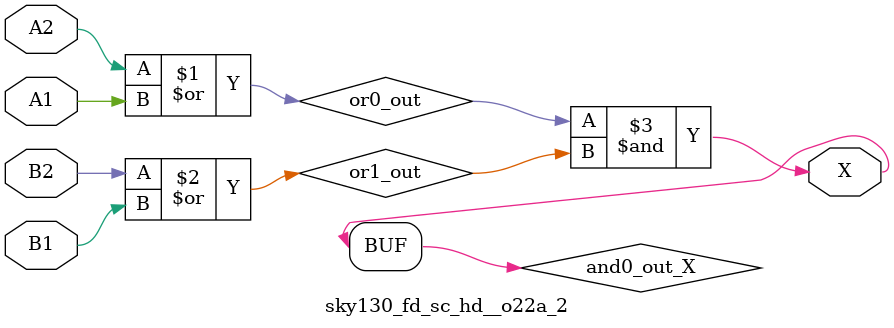
<source format=v>
/*
 * Copyright 2020 The SkyWater PDK Authors
 *
 * Licensed under the Apache License, Version 2.0 (the "License");
 * you may not use this file except in compliance with the License.
 * You may obtain a copy of the License at
 *
 *     https://www.apache.org/licenses/LICENSE-2.0
 *
 * Unless required by applicable law or agreed to in writing, software
 * distributed under the License is distributed on an "AS IS" BASIS,
 * WITHOUT WARRANTIES OR CONDITIONS OF ANY KIND, either express or implied.
 * See the License for the specific language governing permissions and
 * limitations under the License.
 *
 * SPDX-License-Identifier: Apache-2.0
*/


`ifndef SKY130_FD_SC_HD__O22A_2_FUNCTIONAL_V
`define SKY130_FD_SC_HD__O22A_2_FUNCTIONAL_V

/**
 * o22a: 2-input OR into both inputs of 2-input AND.
 *
 *       X = ((A1 | A2) & (B1 | B2))
 *
 * Verilog simulation functional model.
 */

`timescale 1ns / 1ps
`default_nettype none

`celldefine
module sky130_fd_sc_hd__o22a_2 (
    X ,
    A1,
    A2,
    B1,
    B2
);

    // Module ports
    output X ;
    input  A1;
    input  A2;
    input  B1;
    input  B2;

    // Local signals
    wire or0_out   ;
    wire or1_out   ;
    wire and0_out_X;

    //  Name  Output      Other arguments
    or  or0  (or0_out   , A2, A1          );
    or  or1  (or1_out   , B2, B1          );
    and and0 (and0_out_X, or0_out, or1_out);
    buf buf0 (X         , and0_out_X      );

endmodule
`endcelldefine

`default_nettype wire
`endif  // SKY130_FD_SC_HD__O22A_2_FUNCTIONAL_V

</source>
